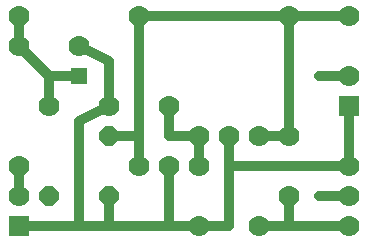
<source format=gbl>
G75*
%MOIN*%
%OFA0B0*%
%FSLAX25Y25*%
%IPPOS*%
%LPD*%
%AMOC8*
5,1,8,0,0,1.08239X$1,22.5*
%
%ADD10R,0.07000X0.07000*%
%ADD11C,0.07000*%
%ADD12OC8,0.06496*%
%ADD13R,0.05543X0.05543*%
%ADD14C,0.03200*%
%ADD15C,0.03100*%
D10*
X0011000Y0011000D03*
X0121000Y0051000D03*
D11*
X0121000Y0061000D03*
X0121000Y0081000D03*
X0101000Y0081000D03*
X0051000Y0081000D03*
X0031000Y0071000D03*
X0011000Y0071000D03*
X0011000Y0081000D03*
X0021000Y0051000D03*
X0041000Y0051000D03*
X0061000Y0051000D03*
X0071000Y0041000D03*
X0081000Y0041000D03*
X0091000Y0041000D03*
X0101000Y0041000D03*
X0121000Y0031000D03*
X0121000Y0021000D03*
X0121000Y0011000D03*
X0101000Y0021000D03*
X0091000Y0011000D03*
X0071000Y0011000D03*
X0071000Y0031000D03*
X0061000Y0031000D03*
X0051000Y0031000D03*
X0011000Y0031000D03*
X0011000Y0021000D03*
D12*
X0021000Y0021000D03*
X0041000Y0021000D03*
X0041000Y0041000D03*
D13*
X0031000Y0061000D03*
D14*
X0021000Y0061000D01*
X0011000Y0071000D01*
X0011000Y0081000D01*
X0031000Y0071000D02*
X0041000Y0066000D01*
X0041000Y0051000D01*
X0031000Y0046000D01*
X0031000Y0011000D01*
X0041000Y0011000D01*
X0061000Y0011000D01*
X0071000Y0011000D01*
X0081000Y0011000D01*
X0081000Y0031000D01*
X0081000Y0041000D01*
X0071000Y0041000D02*
X0071000Y0031000D01*
X0081000Y0031000D02*
X0121000Y0031000D01*
X0121000Y0051000D01*
X0121000Y0061000D02*
X0111000Y0061000D01*
X0101000Y0041000D02*
X0091000Y0041000D01*
X0101000Y0041000D02*
X0101000Y0081000D01*
X0051000Y0081000D01*
X0051000Y0041000D01*
X0041000Y0041000D01*
X0051000Y0041000D02*
X0051000Y0031000D01*
X0061000Y0031000D02*
X0061000Y0011000D01*
X0041000Y0011000D02*
X0041000Y0021000D01*
X0031000Y0011000D02*
X0011000Y0011000D01*
X0011000Y0021000D02*
X0011000Y0031000D01*
X0021000Y0051000D02*
X0021000Y0061000D01*
X0061000Y0051000D02*
X0061000Y0041000D01*
X0071000Y0041000D01*
X0101000Y0021000D02*
X0101000Y0011000D01*
X0091000Y0011000D01*
X0121000Y0011000D01*
X0121000Y0021000D02*
X0111000Y0021000D01*
X0121000Y0081000D02*
X0101000Y0081000D01*
D15*
X0111000Y0061000D03*
X0111000Y0021000D03*
M02*

</source>
